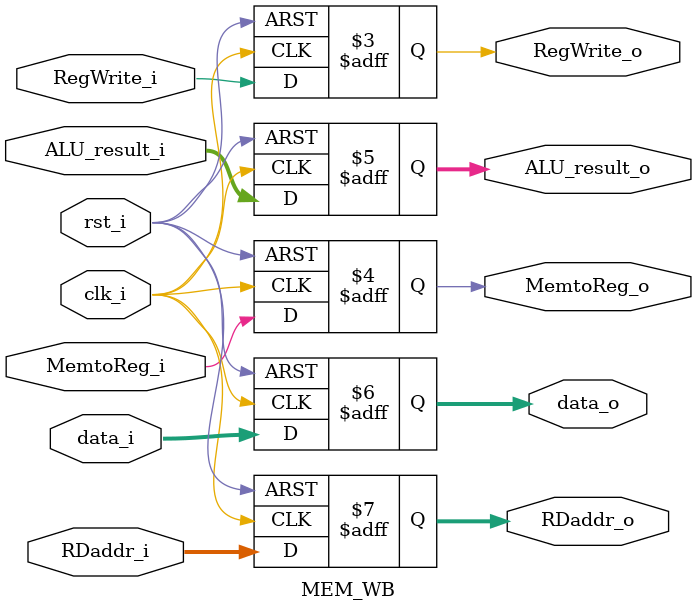
<source format=v>
module MEM_WB
(
    clk_i,
    rst_i,
    RegWrite_i,
    MemtoReg_i,
    ALU_result_i,
    data_i,
    RDaddr_i, 
    RegWrite_o,
    MemtoReg_o,
    ALU_result_o,
    data_o,
    RDaddr_o, 
);

input   clk_i;
input   rst_i;
input   RegWrite_i;
input   MemtoReg_i;
input   [31:0]  ALU_result_i;
input   [31:0]  data_i;
input   [4:0]   RDaddr_i;
output   RegWrite_o;
output   MemtoReg_o;
output  [31:0]  ALU_result_o;
output  [31:0]  data_o;
output  [4:0]   RDaddr_o;

reg             RegWrite_o;
reg             MemtoReg_o;
reg     [31:0]  ALU_result_o;
reg     [31:0]  data_o;
reg     [4:0]   RDaddr_o;

always@(posedge clk_i or negedge rst_i)begin
    if(~rst_i) begin
        RegWrite_o <= 0;
        MemtoReg_o <= 0;
        ALU_result_o <= 32'b0;
        data_o <= 32'b0;
        RDaddr_o <= 5'b0;
    end
    else begin
        RegWrite_o <= RegWrite_i;
        MemtoReg_o <= MemtoReg_i;
        ALU_result_o <= ALU_result_i;
        data_o <= data_i;
        RDaddr_o <= RDaddr_i;
    end
end



endmodule
</source>
